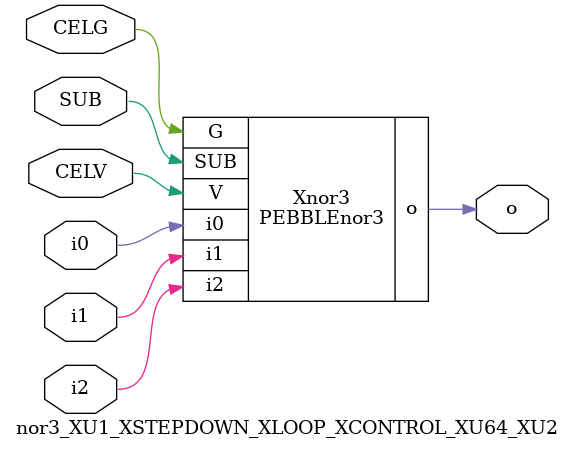
<source format=v>



module PEBBLEnor3 ( o, G, SUB, V, i0, i1, i2 );

  input i0;
  input V;
  input i2;
  input i1;
  input G;
  output o;
  input SUB;
endmodule

//Celera Confidential Do Not Copy nor3_XU1_XSTEPDOWN_XLOOP_XCONTROL_XU64_XU2
//Celera Confidential Symbol Generator
//NOR3
module nor3_XU1_XSTEPDOWN_XLOOP_XCONTROL_XU64_XU2 (CELV,CELG,i0,i1,i2,o,SUB);
input CELV;
input CELG;
input i0;
input i1;
input i2;
input SUB;
output o;

//Celera Confidential Do Not Copy nor3
PEBBLEnor3 Xnor3(
.V (CELV),
.i0 (i0),
.i1 (i1),
.i2 (i2),
.o (o),
.SUB (SUB),
.G (CELG)
);
//,diesize,PEBBLEnor3

//Celera Confidential Do Not Copy Module End
//Celera Schematic Generator
endmodule

</source>
